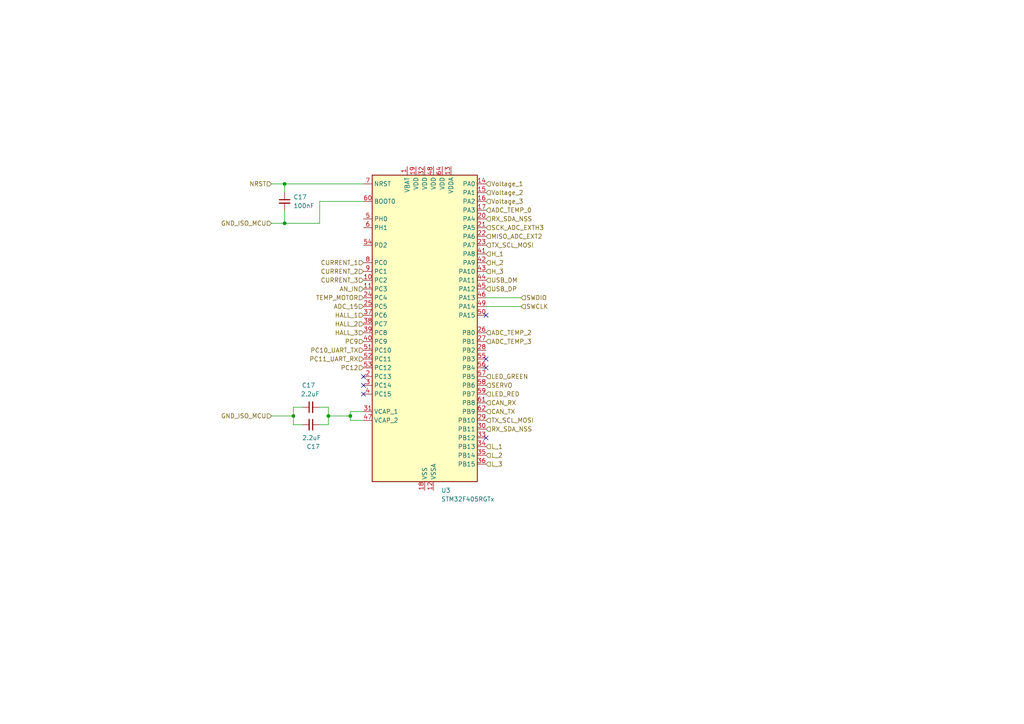
<source format=kicad_sch>
(kicad_sch (version 20230121) (generator eeschema)

  (uuid 647f5226-4f71-464a-b086-722d83b6c0aa)

  (paper "A4")

  (lib_symbols
    (symbol "Device:C_Small" (pin_numbers hide) (pin_names (offset 0.254) hide) (in_bom yes) (on_board yes)
      (property "Reference" "C" (at 0.254 1.778 0)
        (effects (font (size 1.27 1.27)) (justify left))
      )
      (property "Value" "C_Small" (at 0.254 -2.032 0)
        (effects (font (size 1.27 1.27)) (justify left))
      )
      (property "Footprint" "" (at 0 0 0)
        (effects (font (size 1.27 1.27)) hide)
      )
      (property "Datasheet" "~" (at 0 0 0)
        (effects (font (size 1.27 1.27)) hide)
      )
      (property "ki_keywords" "capacitor cap" (at 0 0 0)
        (effects (font (size 1.27 1.27)) hide)
      )
      (property "ki_description" "Unpolarized capacitor, small symbol" (at 0 0 0)
        (effects (font (size 1.27 1.27)) hide)
      )
      (property "ki_fp_filters" "C_*" (at 0 0 0)
        (effects (font (size 1.27 1.27)) hide)
      )
      (symbol "C_Small_0_1"
        (polyline
          (pts
            (xy -1.524 -0.508)
            (xy 1.524 -0.508)
          )
          (stroke (width 0.3302) (type default))
          (fill (type none))
        )
        (polyline
          (pts
            (xy -1.524 0.508)
            (xy 1.524 0.508)
          )
          (stroke (width 0.3048) (type default))
          (fill (type none))
        )
      )
      (symbol "C_Small_1_1"
        (pin passive line (at 0 2.54 270) (length 2.032)
          (name "~" (effects (font (size 1.27 1.27))))
          (number "1" (effects (font (size 1.27 1.27))))
        )
        (pin passive line (at 0 -2.54 90) (length 2.032)
          (name "~" (effects (font (size 1.27 1.27))))
          (number "2" (effects (font (size 1.27 1.27))))
        )
      )
    )
    (symbol "MCU_ST_STM32F4:STM32F405RGTx" (in_bom yes) (on_board yes)
      (property "Reference" "U" (at -15.24 46.99 0)
        (effects (font (size 1.27 1.27)) (justify left))
      )
      (property "Value" "STM32F405RGTx" (at 10.16 46.99 0)
        (effects (font (size 1.27 1.27)) (justify left))
      )
      (property "Footprint" "Package_QFP:LQFP-64_10x10mm_P0.5mm" (at -15.24 -43.18 0)
        (effects (font (size 1.27 1.27)) (justify right) hide)
      )
      (property "Datasheet" "https://www.st.com/resource/en/datasheet/stm32f405rg.pdf" (at 0 0 0)
        (effects (font (size 1.27 1.27)) hide)
      )
      (property "ki_locked" "" (at 0 0 0)
        (effects (font (size 1.27 1.27)))
      )
      (property "ki_keywords" "Arm Cortex-M4 STM32F4 STM32F405/415" (at 0 0 0)
        (effects (font (size 1.27 1.27)) hide)
      )
      (property "ki_description" "STMicroelectronics Arm Cortex-M4 MCU, 1024KB flash, 192KB RAM, 168 MHz, 1.8-3.6V, 51 GPIO, LQFP64" (at 0 0 0)
        (effects (font (size 1.27 1.27)) hide)
      )
      (property "ki_fp_filters" "LQFP*10x10mm*P0.5mm*" (at 0 0 0)
        (effects (font (size 1.27 1.27)) hide)
      )
      (symbol "STM32F405RGTx_0_1"
        (rectangle (start -15.24 -43.18) (end 15.24 45.72)
          (stroke (width 0.254) (type default))
          (fill (type background))
        )
      )
      (symbol "STM32F405RGTx_1_1"
        (pin power_in line (at -5.08 48.26 270) (length 2.54)
          (name "VBAT" (effects (font (size 1.27 1.27))))
          (number "1" (effects (font (size 1.27 1.27))))
        )
        (pin bidirectional line (at -17.78 15.24 0) (length 2.54)
          (name "PC2" (effects (font (size 1.27 1.27))))
          (number "10" (effects (font (size 1.27 1.27))))
          (alternate "ADC1_IN12" bidirectional line)
          (alternate "ADC2_IN12" bidirectional line)
          (alternate "ADC3_IN12" bidirectional line)
          (alternate "I2S2_ext_SD" bidirectional line)
          (alternate "SPI2_MISO" bidirectional line)
          (alternate "USB_OTG_HS_ULPI_DIR" bidirectional line)
        )
        (pin bidirectional line (at -17.78 12.7 0) (length 2.54)
          (name "PC3" (effects (font (size 1.27 1.27))))
          (number "11" (effects (font (size 1.27 1.27))))
          (alternate "ADC1_IN13" bidirectional line)
          (alternate "ADC2_IN13" bidirectional line)
          (alternate "ADC3_IN13" bidirectional line)
          (alternate "I2S2_SD" bidirectional line)
          (alternate "SPI2_MOSI" bidirectional line)
          (alternate "USB_OTG_HS_ULPI_NXT" bidirectional line)
        )
        (pin power_in line (at 2.54 -45.72 90) (length 2.54)
          (name "VSSA" (effects (font (size 1.27 1.27))))
          (number "12" (effects (font (size 1.27 1.27))))
        )
        (pin power_in line (at 7.62 48.26 270) (length 2.54)
          (name "VDDA" (effects (font (size 1.27 1.27))))
          (number "13" (effects (font (size 1.27 1.27))))
        )
        (pin bidirectional line (at 17.78 43.18 180) (length 2.54)
          (name "PA0" (effects (font (size 1.27 1.27))))
          (number "14" (effects (font (size 1.27 1.27))))
          (alternate "ADC1_IN0" bidirectional line)
          (alternate "ADC2_IN0" bidirectional line)
          (alternate "ADC3_IN0" bidirectional line)
          (alternate "SYS_WKUP" bidirectional line)
          (alternate "TIM2_CH1" bidirectional line)
          (alternate "TIM2_ETR" bidirectional line)
          (alternate "TIM5_CH1" bidirectional line)
          (alternate "TIM8_ETR" bidirectional line)
          (alternate "UART4_TX" bidirectional line)
          (alternate "USART2_CTS" bidirectional line)
        )
        (pin bidirectional line (at 17.78 40.64 180) (length 2.54)
          (name "PA1" (effects (font (size 1.27 1.27))))
          (number "15" (effects (font (size 1.27 1.27))))
          (alternate "ADC1_IN1" bidirectional line)
          (alternate "ADC2_IN1" bidirectional line)
          (alternate "ADC3_IN1" bidirectional line)
          (alternate "TIM2_CH2" bidirectional line)
          (alternate "TIM5_CH2" bidirectional line)
          (alternate "UART4_RX" bidirectional line)
          (alternate "USART2_RTS" bidirectional line)
        )
        (pin bidirectional line (at 17.78 38.1 180) (length 2.54)
          (name "PA2" (effects (font (size 1.27 1.27))))
          (number "16" (effects (font (size 1.27 1.27))))
          (alternate "ADC1_IN2" bidirectional line)
          (alternate "ADC2_IN2" bidirectional line)
          (alternate "ADC3_IN2" bidirectional line)
          (alternate "TIM2_CH3" bidirectional line)
          (alternate "TIM5_CH3" bidirectional line)
          (alternate "TIM9_CH1" bidirectional line)
          (alternate "USART2_TX" bidirectional line)
        )
        (pin bidirectional line (at 17.78 35.56 180) (length 2.54)
          (name "PA3" (effects (font (size 1.27 1.27))))
          (number "17" (effects (font (size 1.27 1.27))))
          (alternate "ADC1_IN3" bidirectional line)
          (alternate "ADC2_IN3" bidirectional line)
          (alternate "ADC3_IN3" bidirectional line)
          (alternate "TIM2_CH4" bidirectional line)
          (alternate "TIM5_CH4" bidirectional line)
          (alternate "TIM9_CH2" bidirectional line)
          (alternate "USART2_RX" bidirectional line)
          (alternate "USB_OTG_HS_ULPI_D0" bidirectional line)
        )
        (pin power_in line (at 0 -45.72 90) (length 2.54)
          (name "VSS" (effects (font (size 1.27 1.27))))
          (number "18" (effects (font (size 1.27 1.27))))
        )
        (pin power_in line (at -2.54 48.26 270) (length 2.54)
          (name "VDD" (effects (font (size 1.27 1.27))))
          (number "19" (effects (font (size 1.27 1.27))))
        )
        (pin bidirectional line (at -17.78 -12.7 0) (length 2.54)
          (name "PC13" (effects (font (size 1.27 1.27))))
          (number "2" (effects (font (size 1.27 1.27))))
          (alternate "RTC_AF1" bidirectional line)
        )
        (pin bidirectional line (at 17.78 33.02 180) (length 2.54)
          (name "PA4" (effects (font (size 1.27 1.27))))
          (number "20" (effects (font (size 1.27 1.27))))
          (alternate "ADC1_IN4" bidirectional line)
          (alternate "ADC2_IN4" bidirectional line)
          (alternate "DAC_OUT1" bidirectional line)
          (alternate "I2S3_WS" bidirectional line)
          (alternate "SPI1_NSS" bidirectional line)
          (alternate "SPI3_NSS" bidirectional line)
          (alternate "USART2_CK" bidirectional line)
          (alternate "USB_OTG_HS_SOF" bidirectional line)
        )
        (pin bidirectional line (at 17.78 30.48 180) (length 2.54)
          (name "PA5" (effects (font (size 1.27 1.27))))
          (number "21" (effects (font (size 1.27 1.27))))
          (alternate "ADC1_IN5" bidirectional line)
          (alternate "ADC2_IN5" bidirectional line)
          (alternate "DAC_OUT2" bidirectional line)
          (alternate "SPI1_SCK" bidirectional line)
          (alternate "TIM2_CH1" bidirectional line)
          (alternate "TIM2_ETR" bidirectional line)
          (alternate "TIM8_CH1N" bidirectional line)
          (alternate "USB_OTG_HS_ULPI_CK" bidirectional line)
        )
        (pin bidirectional line (at 17.78 27.94 180) (length 2.54)
          (name "PA6" (effects (font (size 1.27 1.27))))
          (number "22" (effects (font (size 1.27 1.27))))
          (alternate "ADC1_IN6" bidirectional line)
          (alternate "ADC2_IN6" bidirectional line)
          (alternate "SPI1_MISO" bidirectional line)
          (alternate "TIM13_CH1" bidirectional line)
          (alternate "TIM1_BKIN" bidirectional line)
          (alternate "TIM3_CH1" bidirectional line)
          (alternate "TIM8_BKIN" bidirectional line)
        )
        (pin bidirectional line (at 17.78 25.4 180) (length 2.54)
          (name "PA7" (effects (font (size 1.27 1.27))))
          (number "23" (effects (font (size 1.27 1.27))))
          (alternate "ADC1_IN7" bidirectional line)
          (alternate "ADC2_IN7" bidirectional line)
          (alternate "SPI1_MOSI" bidirectional line)
          (alternate "TIM14_CH1" bidirectional line)
          (alternate "TIM1_CH1N" bidirectional line)
          (alternate "TIM3_CH2" bidirectional line)
          (alternate "TIM8_CH1N" bidirectional line)
        )
        (pin bidirectional line (at -17.78 10.16 0) (length 2.54)
          (name "PC4" (effects (font (size 1.27 1.27))))
          (number "24" (effects (font (size 1.27 1.27))))
          (alternate "ADC1_IN14" bidirectional line)
          (alternate "ADC2_IN14" bidirectional line)
        )
        (pin bidirectional line (at -17.78 7.62 0) (length 2.54)
          (name "PC5" (effects (font (size 1.27 1.27))))
          (number "25" (effects (font (size 1.27 1.27))))
          (alternate "ADC1_IN15" bidirectional line)
          (alternate "ADC2_IN15" bidirectional line)
        )
        (pin bidirectional line (at 17.78 0 180) (length 2.54)
          (name "PB0" (effects (font (size 1.27 1.27))))
          (number "26" (effects (font (size 1.27 1.27))))
          (alternate "ADC1_IN8" bidirectional line)
          (alternate "ADC2_IN8" bidirectional line)
          (alternate "TIM1_CH2N" bidirectional line)
          (alternate "TIM3_CH3" bidirectional line)
          (alternate "TIM8_CH2N" bidirectional line)
          (alternate "USB_OTG_HS_ULPI_D1" bidirectional line)
        )
        (pin bidirectional line (at 17.78 -2.54 180) (length 2.54)
          (name "PB1" (effects (font (size 1.27 1.27))))
          (number "27" (effects (font (size 1.27 1.27))))
          (alternate "ADC1_IN9" bidirectional line)
          (alternate "ADC2_IN9" bidirectional line)
          (alternate "TIM1_CH3N" bidirectional line)
          (alternate "TIM3_CH4" bidirectional line)
          (alternate "TIM8_CH3N" bidirectional line)
          (alternate "USB_OTG_HS_ULPI_D2" bidirectional line)
        )
        (pin bidirectional line (at 17.78 -5.08 180) (length 2.54)
          (name "PB2" (effects (font (size 1.27 1.27))))
          (number "28" (effects (font (size 1.27 1.27))))
        )
        (pin bidirectional line (at 17.78 -25.4 180) (length 2.54)
          (name "PB10" (effects (font (size 1.27 1.27))))
          (number "29" (effects (font (size 1.27 1.27))))
          (alternate "I2C2_SCL" bidirectional line)
          (alternate "I2S2_CK" bidirectional line)
          (alternate "SPI2_SCK" bidirectional line)
          (alternate "TIM2_CH3" bidirectional line)
          (alternate "USART3_TX" bidirectional line)
          (alternate "USB_OTG_HS_ULPI_D3" bidirectional line)
        )
        (pin bidirectional line (at -17.78 -15.24 0) (length 2.54)
          (name "PC14" (effects (font (size 1.27 1.27))))
          (number "3" (effects (font (size 1.27 1.27))))
          (alternate "RCC_OSC32_IN" bidirectional line)
        )
        (pin bidirectional line (at 17.78 -27.94 180) (length 2.54)
          (name "PB11" (effects (font (size 1.27 1.27))))
          (number "30" (effects (font (size 1.27 1.27))))
          (alternate "ADC1_EXTI11" bidirectional line)
          (alternate "ADC2_EXTI11" bidirectional line)
          (alternate "ADC3_EXTI11" bidirectional line)
          (alternate "I2C2_SDA" bidirectional line)
          (alternate "TIM2_CH4" bidirectional line)
          (alternate "USART3_RX" bidirectional line)
          (alternate "USB_OTG_HS_ULPI_D4" bidirectional line)
        )
        (pin power_out line (at -17.78 -22.86 0) (length 2.54)
          (name "VCAP_1" (effects (font (size 1.27 1.27))))
          (number "31" (effects (font (size 1.27 1.27))))
        )
        (pin power_in line (at 0 48.26 270) (length 2.54)
          (name "VDD" (effects (font (size 1.27 1.27))))
          (number "32" (effects (font (size 1.27 1.27))))
        )
        (pin bidirectional line (at 17.78 -30.48 180) (length 2.54)
          (name "PB12" (effects (font (size 1.27 1.27))))
          (number "33" (effects (font (size 1.27 1.27))))
          (alternate "CAN2_RX" bidirectional line)
          (alternate "I2C2_SMBA" bidirectional line)
          (alternate "I2S2_WS" bidirectional line)
          (alternate "SPI2_NSS" bidirectional line)
          (alternate "TIM1_BKIN" bidirectional line)
          (alternate "USART3_CK" bidirectional line)
          (alternate "USB_OTG_HS_ID" bidirectional line)
          (alternate "USB_OTG_HS_ULPI_D5" bidirectional line)
        )
        (pin bidirectional line (at 17.78 -33.02 180) (length 2.54)
          (name "PB13" (effects (font (size 1.27 1.27))))
          (number "34" (effects (font (size 1.27 1.27))))
          (alternate "CAN2_TX" bidirectional line)
          (alternate "I2S2_CK" bidirectional line)
          (alternate "SPI2_SCK" bidirectional line)
          (alternate "TIM1_CH1N" bidirectional line)
          (alternate "USART3_CTS" bidirectional line)
          (alternate "USB_OTG_HS_ULPI_D6" bidirectional line)
          (alternate "USB_OTG_HS_VBUS" bidirectional line)
        )
        (pin bidirectional line (at 17.78 -35.56 180) (length 2.54)
          (name "PB14" (effects (font (size 1.27 1.27))))
          (number "35" (effects (font (size 1.27 1.27))))
          (alternate "I2S2_ext_SD" bidirectional line)
          (alternate "SPI2_MISO" bidirectional line)
          (alternate "TIM12_CH1" bidirectional line)
          (alternate "TIM1_CH2N" bidirectional line)
          (alternate "TIM8_CH2N" bidirectional line)
          (alternate "USART3_RTS" bidirectional line)
          (alternate "USB_OTG_HS_DM" bidirectional line)
        )
        (pin bidirectional line (at 17.78 -38.1 180) (length 2.54)
          (name "PB15" (effects (font (size 1.27 1.27))))
          (number "36" (effects (font (size 1.27 1.27))))
          (alternate "ADC1_EXTI15" bidirectional line)
          (alternate "ADC2_EXTI15" bidirectional line)
          (alternate "ADC3_EXTI15" bidirectional line)
          (alternate "I2S2_SD" bidirectional line)
          (alternate "RTC_REFIN" bidirectional line)
          (alternate "SPI2_MOSI" bidirectional line)
          (alternate "TIM12_CH2" bidirectional line)
          (alternate "TIM1_CH3N" bidirectional line)
          (alternate "TIM8_CH3N" bidirectional line)
          (alternate "USB_OTG_HS_DP" bidirectional line)
        )
        (pin bidirectional line (at -17.78 5.08 0) (length 2.54)
          (name "PC6" (effects (font (size 1.27 1.27))))
          (number "37" (effects (font (size 1.27 1.27))))
          (alternate "I2S2_MCK" bidirectional line)
          (alternate "SDIO_D6" bidirectional line)
          (alternate "TIM3_CH1" bidirectional line)
          (alternate "TIM8_CH1" bidirectional line)
          (alternate "USART6_TX" bidirectional line)
        )
        (pin bidirectional line (at -17.78 2.54 0) (length 2.54)
          (name "PC7" (effects (font (size 1.27 1.27))))
          (number "38" (effects (font (size 1.27 1.27))))
          (alternate "I2S3_MCK" bidirectional line)
          (alternate "SDIO_D7" bidirectional line)
          (alternate "TIM3_CH2" bidirectional line)
          (alternate "TIM8_CH2" bidirectional line)
          (alternate "USART6_RX" bidirectional line)
        )
        (pin bidirectional line (at -17.78 0 0) (length 2.54)
          (name "PC8" (effects (font (size 1.27 1.27))))
          (number "39" (effects (font (size 1.27 1.27))))
          (alternate "SDIO_D0" bidirectional line)
          (alternate "TIM3_CH3" bidirectional line)
          (alternate "TIM8_CH3" bidirectional line)
          (alternate "USART6_CK" bidirectional line)
        )
        (pin bidirectional line (at -17.78 -17.78 0) (length 2.54)
          (name "PC15" (effects (font (size 1.27 1.27))))
          (number "4" (effects (font (size 1.27 1.27))))
          (alternate "ADC1_EXTI15" bidirectional line)
          (alternate "ADC2_EXTI15" bidirectional line)
          (alternate "ADC3_EXTI15" bidirectional line)
          (alternate "RCC_OSC32_OUT" bidirectional line)
        )
        (pin bidirectional line (at -17.78 -2.54 0) (length 2.54)
          (name "PC9" (effects (font (size 1.27 1.27))))
          (number "40" (effects (font (size 1.27 1.27))))
          (alternate "DAC_EXTI9" bidirectional line)
          (alternate "I2C3_SDA" bidirectional line)
          (alternate "I2S_CKIN" bidirectional line)
          (alternate "RCC_MCO_2" bidirectional line)
          (alternate "SDIO_D1" bidirectional line)
          (alternate "TIM3_CH4" bidirectional line)
          (alternate "TIM8_CH4" bidirectional line)
        )
        (pin bidirectional line (at 17.78 22.86 180) (length 2.54)
          (name "PA8" (effects (font (size 1.27 1.27))))
          (number "41" (effects (font (size 1.27 1.27))))
          (alternate "I2C3_SCL" bidirectional line)
          (alternate "RCC_MCO_1" bidirectional line)
          (alternate "TIM1_CH1" bidirectional line)
          (alternate "USART1_CK" bidirectional line)
          (alternate "USB_OTG_FS_SOF" bidirectional line)
        )
        (pin bidirectional line (at 17.78 20.32 180) (length 2.54)
          (name "PA9" (effects (font (size 1.27 1.27))))
          (number "42" (effects (font (size 1.27 1.27))))
          (alternate "DAC_EXTI9" bidirectional line)
          (alternate "I2C3_SMBA" bidirectional line)
          (alternate "TIM1_CH2" bidirectional line)
          (alternate "USART1_TX" bidirectional line)
          (alternate "USB_OTG_FS_VBUS" bidirectional line)
        )
        (pin bidirectional line (at 17.78 17.78 180) (length 2.54)
          (name "PA10" (effects (font (size 1.27 1.27))))
          (number "43" (effects (font (size 1.27 1.27))))
          (alternate "TIM1_CH3" bidirectional line)
          (alternate "USART1_RX" bidirectional line)
          (alternate "USB_OTG_FS_ID" bidirectional line)
        )
        (pin bidirectional line (at 17.78 15.24 180) (length 2.54)
          (name "PA11" (effects (font (size 1.27 1.27))))
          (number "44" (effects (font (size 1.27 1.27))))
          (alternate "ADC1_EXTI11" bidirectional line)
          (alternate "ADC2_EXTI11" bidirectional line)
          (alternate "ADC3_EXTI11" bidirectional line)
          (alternate "CAN1_RX" bidirectional line)
          (alternate "TIM1_CH4" bidirectional line)
          (alternate "USART1_CTS" bidirectional line)
          (alternate "USB_OTG_FS_DM" bidirectional line)
        )
        (pin bidirectional line (at 17.78 12.7 180) (length 2.54)
          (name "PA12" (effects (font (size 1.27 1.27))))
          (number "45" (effects (font (size 1.27 1.27))))
          (alternate "CAN1_TX" bidirectional line)
          (alternate "TIM1_ETR" bidirectional line)
          (alternate "USART1_RTS" bidirectional line)
          (alternate "USB_OTG_FS_DP" bidirectional line)
        )
        (pin bidirectional line (at 17.78 10.16 180) (length 2.54)
          (name "PA13" (effects (font (size 1.27 1.27))))
          (number "46" (effects (font (size 1.27 1.27))))
          (alternate "SYS_JTMS-SWDIO" bidirectional line)
        )
        (pin power_out line (at -17.78 -25.4 0) (length 2.54)
          (name "VCAP_2" (effects (font (size 1.27 1.27))))
          (number "47" (effects (font (size 1.27 1.27))))
        )
        (pin power_in line (at 2.54 48.26 270) (length 2.54)
          (name "VDD" (effects (font (size 1.27 1.27))))
          (number "48" (effects (font (size 1.27 1.27))))
        )
        (pin bidirectional line (at 17.78 7.62 180) (length 2.54)
          (name "PA14" (effects (font (size 1.27 1.27))))
          (number "49" (effects (font (size 1.27 1.27))))
          (alternate "SYS_JTCK-SWCLK" bidirectional line)
        )
        (pin bidirectional line (at -17.78 33.02 0) (length 2.54)
          (name "PH0" (effects (font (size 1.27 1.27))))
          (number "5" (effects (font (size 1.27 1.27))))
          (alternate "RCC_OSC_IN" bidirectional line)
        )
        (pin bidirectional line (at 17.78 5.08 180) (length 2.54)
          (name "PA15" (effects (font (size 1.27 1.27))))
          (number "50" (effects (font (size 1.27 1.27))))
          (alternate "ADC1_EXTI15" bidirectional line)
          (alternate "ADC2_EXTI15" bidirectional line)
          (alternate "ADC3_EXTI15" bidirectional line)
          (alternate "I2S3_WS" bidirectional line)
          (alternate "SPI1_NSS" bidirectional line)
          (alternate "SPI3_NSS" bidirectional line)
          (alternate "SYS_JTDI" bidirectional line)
          (alternate "TIM2_CH1" bidirectional line)
          (alternate "TIM2_ETR" bidirectional line)
        )
        (pin bidirectional line (at -17.78 -5.08 0) (length 2.54)
          (name "PC10" (effects (font (size 1.27 1.27))))
          (number "51" (effects (font (size 1.27 1.27))))
          (alternate "I2S3_CK" bidirectional line)
          (alternate "SDIO_D2" bidirectional line)
          (alternate "SPI3_SCK" bidirectional line)
          (alternate "UART4_TX" bidirectional line)
          (alternate "USART3_TX" bidirectional line)
        )
        (pin bidirectional line (at -17.78 -7.62 0) (length 2.54)
          (name "PC11" (effects (font (size 1.27 1.27))))
          (number "52" (effects (font (size 1.27 1.27))))
          (alternate "ADC1_EXTI11" bidirectional line)
          (alternate "ADC2_EXTI11" bidirectional line)
          (alternate "ADC3_EXTI11" bidirectional line)
          (alternate "I2S3_ext_SD" bidirectional line)
          (alternate "SDIO_D3" bidirectional line)
          (alternate "SPI3_MISO" bidirectional line)
          (alternate "UART4_RX" bidirectional line)
          (alternate "USART3_RX" bidirectional line)
        )
        (pin bidirectional line (at -17.78 -10.16 0) (length 2.54)
          (name "PC12" (effects (font (size 1.27 1.27))))
          (number "53" (effects (font (size 1.27 1.27))))
          (alternate "I2S3_SD" bidirectional line)
          (alternate "SDIO_CK" bidirectional line)
          (alternate "SPI3_MOSI" bidirectional line)
          (alternate "UART5_TX" bidirectional line)
          (alternate "USART3_CK" bidirectional line)
        )
        (pin bidirectional line (at -17.78 25.4 0) (length 2.54)
          (name "PD2" (effects (font (size 1.27 1.27))))
          (number "54" (effects (font (size 1.27 1.27))))
          (alternate "SDIO_CMD" bidirectional line)
          (alternate "TIM3_ETR" bidirectional line)
          (alternate "UART5_RX" bidirectional line)
        )
        (pin bidirectional line (at 17.78 -7.62 180) (length 2.54)
          (name "PB3" (effects (font (size 1.27 1.27))))
          (number "55" (effects (font (size 1.27 1.27))))
          (alternate "I2S3_CK" bidirectional line)
          (alternate "SPI1_SCK" bidirectional line)
          (alternate "SPI3_SCK" bidirectional line)
          (alternate "SYS_JTDO-SWO" bidirectional line)
          (alternate "TIM2_CH2" bidirectional line)
        )
        (pin bidirectional line (at 17.78 -10.16 180) (length 2.54)
          (name "PB4" (effects (font (size 1.27 1.27))))
          (number "56" (effects (font (size 1.27 1.27))))
          (alternate "I2S3_ext_SD" bidirectional line)
          (alternate "SPI1_MISO" bidirectional line)
          (alternate "SPI3_MISO" bidirectional line)
          (alternate "SYS_JTRST" bidirectional line)
          (alternate "TIM3_CH1" bidirectional line)
        )
        (pin bidirectional line (at 17.78 -12.7 180) (length 2.54)
          (name "PB5" (effects (font (size 1.27 1.27))))
          (number "57" (effects (font (size 1.27 1.27))))
          (alternate "CAN2_RX" bidirectional line)
          (alternate "I2C1_SMBA" bidirectional line)
          (alternate "I2S3_SD" bidirectional line)
          (alternate "SPI1_MOSI" bidirectional line)
          (alternate "SPI3_MOSI" bidirectional line)
          (alternate "TIM3_CH2" bidirectional line)
          (alternate "USB_OTG_HS_ULPI_D7" bidirectional line)
        )
        (pin bidirectional line (at 17.78 -15.24 180) (length 2.54)
          (name "PB6" (effects (font (size 1.27 1.27))))
          (number "58" (effects (font (size 1.27 1.27))))
          (alternate "CAN2_TX" bidirectional line)
          (alternate "I2C1_SCL" bidirectional line)
          (alternate "TIM4_CH1" bidirectional line)
          (alternate "USART1_TX" bidirectional line)
        )
        (pin bidirectional line (at 17.78 -17.78 180) (length 2.54)
          (name "PB7" (effects (font (size 1.27 1.27))))
          (number "59" (effects (font (size 1.27 1.27))))
          (alternate "I2C1_SDA" bidirectional line)
          (alternate "TIM4_CH2" bidirectional line)
          (alternate "USART1_RX" bidirectional line)
        )
        (pin bidirectional line (at -17.78 30.48 0) (length 2.54)
          (name "PH1" (effects (font (size 1.27 1.27))))
          (number "6" (effects (font (size 1.27 1.27))))
          (alternate "RCC_OSC_OUT" bidirectional line)
        )
        (pin input line (at -17.78 38.1 0) (length 2.54)
          (name "BOOT0" (effects (font (size 1.27 1.27))))
          (number "60" (effects (font (size 1.27 1.27))))
        )
        (pin bidirectional line (at 17.78 -20.32 180) (length 2.54)
          (name "PB8" (effects (font (size 1.27 1.27))))
          (number "61" (effects (font (size 1.27 1.27))))
          (alternate "CAN1_RX" bidirectional line)
          (alternate "I2C1_SCL" bidirectional line)
          (alternate "SDIO_D4" bidirectional line)
          (alternate "TIM10_CH1" bidirectional line)
          (alternate "TIM4_CH3" bidirectional line)
        )
        (pin bidirectional line (at 17.78 -22.86 180) (length 2.54)
          (name "PB9" (effects (font (size 1.27 1.27))))
          (number "62" (effects (font (size 1.27 1.27))))
          (alternate "CAN1_TX" bidirectional line)
          (alternate "DAC_EXTI9" bidirectional line)
          (alternate "I2C1_SDA" bidirectional line)
          (alternate "I2S2_WS" bidirectional line)
          (alternate "SDIO_D5" bidirectional line)
          (alternate "SPI2_NSS" bidirectional line)
          (alternate "TIM11_CH1" bidirectional line)
          (alternate "TIM4_CH4" bidirectional line)
        )
        (pin passive line (at 0 -45.72 90) (length 2.54) hide
          (name "VSS" (effects (font (size 1.27 1.27))))
          (number "63" (effects (font (size 1.27 1.27))))
        )
        (pin power_in line (at 5.08 48.26 270) (length 2.54)
          (name "VDD" (effects (font (size 1.27 1.27))))
          (number "64" (effects (font (size 1.27 1.27))))
        )
        (pin input line (at -17.78 43.18 0) (length 2.54)
          (name "NRST" (effects (font (size 1.27 1.27))))
          (number "7" (effects (font (size 1.27 1.27))))
        )
        (pin bidirectional line (at -17.78 20.32 0) (length 2.54)
          (name "PC0" (effects (font (size 1.27 1.27))))
          (number "8" (effects (font (size 1.27 1.27))))
          (alternate "ADC1_IN10" bidirectional line)
          (alternate "ADC2_IN10" bidirectional line)
          (alternate "ADC3_IN10" bidirectional line)
          (alternate "USB_OTG_HS_ULPI_STP" bidirectional line)
        )
        (pin bidirectional line (at -17.78 17.78 0) (length 2.54)
          (name "PC1" (effects (font (size 1.27 1.27))))
          (number "9" (effects (font (size 1.27 1.27))))
          (alternate "ADC1_IN11" bidirectional line)
          (alternate "ADC2_IN11" bidirectional line)
          (alternate "ADC3_IN11" bidirectional line)
        )
      )
    )
  )

  (junction (at 82.55 64.77) (diameter 0) (color 0 0 0 0)
    (uuid 50b2b4df-80b0-4ed3-b5eb-5bb1fb389d6c)
  )
  (junction (at 95.25 120.65) (diameter 0) (color 0 0 0 0)
    (uuid 84141a18-e265-4858-b7b4-cde04e8a8d93)
  )
  (junction (at 85.09 120.65) (diameter 0) (color 0 0 0 0)
    (uuid a0632a97-81d1-491c-b8cf-bd42cfce89e7)
  )
  (junction (at 101.6 120.65) (diameter 0) (color 0 0 0 0)
    (uuid b28822ba-2556-46a6-b342-ed25aae96b04)
  )
  (junction (at 82.55 53.34) (diameter 0) (color 0 0 0 0)
    (uuid f3e9ca31-1e9a-43f3-b472-75cc92a6842e)
  )

  (no_connect (at 140.97 91.44) (uuid 27f30324-65f7-4c1d-ba4f-06eea70b4be2))
  (no_connect (at 140.97 106.68) (uuid 30db799b-68f9-4279-81f2-60bfcdac4242))
  (no_connect (at 140.97 104.14) (uuid 466aca84-1178-4ccb-88ff-41671e629d9b))
  (no_connect (at 105.41 114.3) (uuid 6d7dd1d9-3669-477b-b701-060877ef2529))
  (no_connect (at 105.41 109.22) (uuid cca6eaf3-36bc-405e-9ce4-f8a1f0e71945))
  (no_connect (at 105.41 111.76) (uuid ebd0281b-a19e-41fa-ab98-2cc26e23495a))
  (no_connect (at 140.97 127) (uuid fdb09bfc-6a83-4ebf-be12-1edca55ddf6f))

  (wire (pts (xy 78.74 53.34) (xy 82.55 53.34))
    (stroke (width 0) (type default))
    (uuid 025a212f-d3db-41bc-b5dc-a7444634a569)
  )
  (wire (pts (xy 92.71 58.42) (xy 105.41 58.42))
    (stroke (width 0) (type default))
    (uuid 07482234-cf9b-42fd-b51a-efae820244e3)
  )
  (wire (pts (xy 82.55 53.34) (xy 105.41 53.34))
    (stroke (width 0) (type default))
    (uuid 08d88903-461c-4f37-b734-2d4c47407559)
  )
  (wire (pts (xy 85.09 123.19) (xy 87.63 123.19))
    (stroke (width 0) (type default))
    (uuid 121469ca-7048-45cb-aef3-4c645824aa1a)
  )
  (wire (pts (xy 85.09 120.65) (xy 85.09 123.19))
    (stroke (width 0) (type default))
    (uuid 1fdb7bda-ce4f-4d24-ba68-c8058fce7966)
  )
  (wire (pts (xy 95.25 120.65) (xy 95.25 123.19))
    (stroke (width 0) (type default))
    (uuid 26cc2e96-6927-4f00-b082-e0c20414c677)
  )
  (wire (pts (xy 140.97 86.36) (xy 151.13 86.36))
    (stroke (width 0) (type default))
    (uuid 2e023c26-2fa2-4300-8b4d-d7947e72024d)
  )
  (wire (pts (xy 95.25 120.65) (xy 101.6 120.65))
    (stroke (width 0) (type default))
    (uuid 2f428760-5855-44ec-a46c-cab375199665)
  )
  (wire (pts (xy 95.25 118.11) (xy 95.25 120.65))
    (stroke (width 0) (type default))
    (uuid 380d0a3e-780d-4ae9-9e3f-416df2db00c4)
  )
  (wire (pts (xy 85.09 118.11) (xy 85.09 120.65))
    (stroke (width 0) (type default))
    (uuid 3920e70b-d32f-4f24-b99b-cf27f2cd750f)
  )
  (wire (pts (xy 82.55 64.77) (xy 92.71 64.77))
    (stroke (width 0) (type default))
    (uuid 44ffce38-efda-425e-b935-96fec01dc537)
  )
  (wire (pts (xy 82.55 53.34) (xy 82.55 55.88))
    (stroke (width 0) (type default))
    (uuid 5f92db41-4b95-4e93-b2eb-df3730b3308a)
  )
  (wire (pts (xy 78.74 120.65) (xy 85.09 120.65))
    (stroke (width 0) (type default))
    (uuid 62acd28f-eec4-40ad-a0b5-d36f41b9256c)
  )
  (wire (pts (xy 140.97 88.9) (xy 151.13 88.9))
    (stroke (width 0) (type default))
    (uuid 74248b03-3901-4419-b73d-28e34a1f0e48)
  )
  (wire (pts (xy 101.6 119.38) (xy 101.6 120.65))
    (stroke (width 0) (type default))
    (uuid 7a7324f2-3c83-4c4e-8773-7ce8ba667d26)
  )
  (wire (pts (xy 95.25 123.19) (xy 92.71 123.19))
    (stroke (width 0) (type default))
    (uuid 7d95194e-bb30-4db1-ad82-d1b2c1a45fc7)
  )
  (wire (pts (xy 78.74 64.77) (xy 82.55 64.77))
    (stroke (width 0) (type default))
    (uuid 946759c7-689b-4d3e-ae8c-5b0a71f37b6a)
  )
  (wire (pts (xy 82.55 64.77) (xy 82.55 60.96))
    (stroke (width 0) (type default))
    (uuid 9a20f616-183c-4ac5-b12f-d01ae5412fef)
  )
  (wire (pts (xy 101.6 120.65) (xy 101.6 121.92))
    (stroke (width 0) (type default))
    (uuid 9cff8271-a615-496a-8b08-e1ed9a89fe81)
  )
  (wire (pts (xy 92.71 64.77) (xy 92.71 58.42))
    (stroke (width 0) (type default))
    (uuid acf2823a-e8c8-4567-8051-6ae0b12f83a2)
  )
  (wire (pts (xy 101.6 119.38) (xy 105.41 119.38))
    (stroke (width 0) (type default))
    (uuid b5b72105-ee10-4dec-9826-93e0b865058c)
  )
  (wire (pts (xy 95.25 118.11) (xy 92.71 118.11))
    (stroke (width 0) (type default))
    (uuid d6d88060-62df-42a1-9afc-f2f1779eb482)
  )
  (wire (pts (xy 87.63 118.11) (xy 85.09 118.11))
    (stroke (width 0) (type default))
    (uuid f01dd7f2-dac8-481d-a95c-2afa0938ca3b)
  )
  (wire (pts (xy 101.6 121.92) (xy 105.41 121.92))
    (stroke (width 0) (type default))
    (uuid fea80254-1cf4-4f6f-a2cd-5d1ec33ca187)
  )

  (hierarchical_label "PC9" (shape input) (at 105.41 99.06 180) (fields_autoplaced)
    (effects (font (size 1.27 1.27)) (justify right))
    (uuid 00d9e1db-1529-47c5-a4ec-7672069a4a19)
  )
  (hierarchical_label "HALL_1" (shape input) (at 105.41 91.44 180) (fields_autoplaced)
    (effects (font (size 1.27 1.27)) (justify right))
    (uuid 0569374a-14a0-491e-a9e0-fcb5d2fdaa76)
  )
  (hierarchical_label "TEMP_MOTOR" (shape input) (at 105.41 86.36 180) (fields_autoplaced)
    (effects (font (size 1.27 1.27)) (justify right))
    (uuid 0923ac57-1919-4598-b794-8934ed713c1a)
  )
  (hierarchical_label "HALL_2" (shape input) (at 105.41 93.98 180) (fields_autoplaced)
    (effects (font (size 1.27 1.27)) (justify right))
    (uuid 0f6d592e-244c-42db-bed8-160748e54844)
  )
  (hierarchical_label "SCK_ADC_EXTH3" (shape input) (at 140.97 66.04 0) (fields_autoplaced)
    (effects (font (size 1.27 1.27)) (justify left))
    (uuid 0ff66e95-2513-452e-a7ca-abfcb9dd96d3)
  )
  (hierarchical_label "RX_SDA_NSS" (shape input) (at 140.97 63.5 0) (fields_autoplaced)
    (effects (font (size 1.27 1.27)) (justify left))
    (uuid 138d2ccd-abcd-442d-a588-75adb498ecff)
  )
  (hierarchical_label "TX_SCL_MOSI" (shape input) (at 140.97 121.92 0) (fields_autoplaced)
    (effects (font (size 1.27 1.27)) (justify left))
    (uuid 15139cc5-2509-48e4-afc2-b03dc85ded29)
  )
  (hierarchical_label "L_1" (shape input) (at 140.97 129.54 0) (fields_autoplaced)
    (effects (font (size 1.27 1.27)) (justify left))
    (uuid 19072f7e-7a52-4d3c-9c77-fe7ff693501f)
  )
  (hierarchical_label "LED_RED" (shape input) (at 140.97 114.3 0) (fields_autoplaced)
    (effects (font (size 1.27 1.27)) (justify left))
    (uuid 196d719a-7277-474b-90cd-827fd4051a0f)
  )
  (hierarchical_label "H_3" (shape input) (at 140.97 78.74 0) (fields_autoplaced)
    (effects (font (size 1.27 1.27)) (justify left))
    (uuid 244236a8-60b4-4264-a3ce-46aeb491bbcb)
  )
  (hierarchical_label "PC10_UART_TX" (shape input) (at 105.41 101.6 180) (fields_autoplaced)
    (effects (font (size 1.27 1.27)) (justify right))
    (uuid 2f8050a5-8d58-449c-bdc4-51b119d12965)
  )
  (hierarchical_label "L_2" (shape input) (at 140.97 132.08 0) (fields_autoplaced)
    (effects (font (size 1.27 1.27)) (justify left))
    (uuid 3768588c-c662-4408-8521-b275dd7ca41d)
  )
  (hierarchical_label "CAN_RX" (shape input) (at 140.97 116.84 0) (fields_autoplaced)
    (effects (font (size 1.27 1.27)) (justify left))
    (uuid 389da98b-a3ce-477f-aaec-2c53df636ed1)
  )
  (hierarchical_label "AN_IN" (shape input) (at 105.41 83.82 180) (fields_autoplaced)
    (effects (font (size 1.27 1.27)) (justify right))
    (uuid 4585a4b8-a1ae-4fc4-b762-874d70b0ade1)
  )
  (hierarchical_label "H_1" (shape input) (at 140.97 73.66 0) (fields_autoplaced)
    (effects (font (size 1.27 1.27)) (justify left))
    (uuid 54191058-21d5-409b-bcd6-bd4ed46f995f)
  )
  (hierarchical_label "Voltage_1" (shape input) (at 140.97 53.34 0) (fields_autoplaced)
    (effects (font (size 1.27 1.27)) (justify left))
    (uuid 544ff2d6-40c0-4b61-84fd-bcbcf086749d)
  )
  (hierarchical_label "PC12" (shape input) (at 105.41 106.68 180) (fields_autoplaced)
    (effects (font (size 1.27 1.27)) (justify right))
    (uuid 54f51ff1-426c-4ee7-8638-1dd17db1c811)
  )
  (hierarchical_label "TX_SCL_MOSI" (shape input) (at 140.97 71.12 0) (fields_autoplaced)
    (effects (font (size 1.27 1.27)) (justify left))
    (uuid 5780e8d4-0670-41d5-9439-15923d0a7883)
  )
  (hierarchical_label "CURRENT_3" (shape input) (at 105.41 81.28 180) (fields_autoplaced)
    (effects (font (size 1.27 1.27)) (justify right))
    (uuid 580ff099-3d9c-473a-afe2-0cc5c43fdf4c)
  )
  (hierarchical_label "Voltage_3" (shape input) (at 140.97 58.42 0) (fields_autoplaced)
    (effects (font (size 1.27 1.27)) (justify left))
    (uuid 585147ac-7ccd-47b5-8bae-a25904be9cc3)
  )
  (hierarchical_label "NRST" (shape input) (at 78.74 53.34 180) (fields_autoplaced)
    (effects (font (size 1.27 1.27)) (justify right))
    (uuid 6a00ca64-21c0-477d-a717-0876c3f51be8)
  )
  (hierarchical_label "USB_DM" (shape input) (at 140.97 81.28 0) (fields_autoplaced)
    (effects (font (size 1.27 1.27)) (justify left))
    (uuid 6e4f5331-8746-4b9c-a361-360fabed896b)
  )
  (hierarchical_label "H_2" (shape input) (at 140.97 76.2 0) (fields_autoplaced)
    (effects (font (size 1.27 1.27)) (justify left))
    (uuid 73816a0a-2b98-4421-b917-eedfed3fe0f2)
  )
  (hierarchical_label "LED_GREEN" (shape input) (at 140.97 109.22 0) (fields_autoplaced)
    (effects (font (size 1.27 1.27)) (justify left))
    (uuid 884c1462-ef2a-42ba-a5fb-bff9272cc5c7)
  )
  (hierarchical_label "ADC_15" (shape input) (at 105.41 88.9 180) (fields_autoplaced)
    (effects (font (size 1.27 1.27)) (justify right))
    (uuid 8cc5afba-d81e-430a-afa0-7e7a47227722)
  )
  (hierarchical_label "ADC_TEMP_0" (shape input) (at 140.97 60.96 0) (fields_autoplaced)
    (effects (font (size 1.27 1.27)) (justify left))
    (uuid 8d0a4ac8-b197-4dd5-b338-6ff681cc5c1e)
  )
  (hierarchical_label "CURRENT_1" (shape input) (at 105.41 76.2 180) (fields_autoplaced)
    (effects (font (size 1.27 1.27)) (justify right))
    (uuid 924892d7-fa1d-49a3-b100-9d0496a3bd3c)
  )
  (hierarchical_label "SERVO" (shape input) (at 140.97 111.76 0) (fields_autoplaced)
    (effects (font (size 1.27 1.27)) (justify left))
    (uuid a1f952fc-07d7-45ef-9b04-989246f28a25)
  )
  (hierarchical_label "L_3" (shape input) (at 140.97 134.62 0) (fields_autoplaced)
    (effects (font (size 1.27 1.27)) (justify left))
    (uuid a787b3bd-5ae6-4c9a-a164-585089759d9f)
  )
  (hierarchical_label "SWDIO" (shape input) (at 151.13 86.36 0) (fields_autoplaced)
    (effects (font (size 1.27 1.27)) (justify left))
    (uuid a8a0ab3e-8941-4e44-8f11-58e1c44c0bc9)
  )
  (hierarchical_label "ADC_TEMP_2" (shape input) (at 140.97 96.52 0) (fields_autoplaced)
    (effects (font (size 1.27 1.27)) (justify left))
    (uuid b65ef0dd-10ad-403c-b1f9-452978828da6)
  )
  (hierarchical_label "GND_ISO_MCU" (shape input) (at 78.74 64.77 180) (fields_autoplaced)
    (effects (font (size 1.27 1.27)) (justify right))
    (uuid ba4ef90f-9bcd-446f-9175-b5ac1a403c7a)
  )
  (hierarchical_label "CAN_TX" (shape input) (at 140.97 119.38 0) (fields_autoplaced)
    (effects (font (size 1.27 1.27)) (justify left))
    (uuid bd5641df-c8eb-460d-b08d-419b06f7e7ba)
  )
  (hierarchical_label "RX_SDA_NSS" (shape input) (at 140.97 124.46 0) (fields_autoplaced)
    (effects (font (size 1.27 1.27)) (justify left))
    (uuid c278833c-0d3d-4865-9c21-78ed71694ab9)
  )
  (hierarchical_label "USB_DP" (shape input) (at 140.97 83.82 0) (fields_autoplaced)
    (effects (font (size 1.27 1.27)) (justify left))
    (uuid c9d541fb-5ecc-472e-ae69-d13a902de280)
  )
  (hierarchical_label "ADC_TEMP_3" (shape input) (at 140.97 99.06 0) (fields_autoplaced)
    (effects (font (size 1.27 1.27)) (justify left))
    (uuid d5a0ef5d-bc94-4821-b866-b564d4dce527)
  )
  (hierarchical_label "GND_ISO_MCU" (shape input) (at 78.74 120.65 180) (fields_autoplaced)
    (effects (font (size 1.27 1.27)) (justify right))
    (uuid da7f6c42-98d0-4be0-9526-fbee942d6944)
  )
  (hierarchical_label "CURRENT_2" (shape input) (at 105.41 78.74 180) (fields_autoplaced)
    (effects (font (size 1.27 1.27)) (justify right))
    (uuid e78fffc7-55fb-4f2c-ad27-1d87a357a703)
  )
  (hierarchical_label "Voltage_2" (shape input) (at 140.97 55.88 0) (fields_autoplaced)
    (effects (font (size 1.27 1.27)) (justify left))
    (uuid e90efed6-a8c2-4da7-b55e-70a407cfc8cf)
  )
  (hierarchical_label "SWCLK" (shape input) (at 151.13 88.9 0) (fields_autoplaced)
    (effects (font (size 1.27 1.27)) (justify left))
    (uuid e9d863a2-61d2-4cfd-b9fd-bf02685464e6)
  )
  (hierarchical_label "PC11_UART_RX" (shape input) (at 105.41 104.14 180) (fields_autoplaced)
    (effects (font (size 1.27 1.27)) (justify right))
    (uuid ef2d9b61-d2b0-4cf0-8717-edf42e316ac1)
  )
  (hierarchical_label "MISO_ADC_EXT2" (shape input) (at 140.97 68.58 0) (fields_autoplaced)
    (effects (font (size 1.27 1.27)) (justify left))
    (uuid f1ac44c3-c87d-4c91-b940-ecc5d6b57110)
  )
  (hierarchical_label "HALL_3" (shape input) (at 105.41 96.52 180) (fields_autoplaced)
    (effects (font (size 1.27 1.27)) (justify right))
    (uuid f8dcf6c5-afef-45ae-9cd7-4e4650b7baee)
  )

  (symbol (lib_id "Device:C_Small") (at 82.55 58.42 0) (unit 1)
    (in_bom yes) (on_board yes) (dnp no)
    (uuid 1e50c0fe-bccd-4214-ae22-96552fd09748)
    (property "Reference" "C17" (at 85.09 57.1563 0)
      (effects (font (size 1.27 1.27)) (justify left))
    )
    (property "Value" "100nF" (at 85.09 59.6963 0)
      (effects (font (size 1.27 1.27)) (justify left))
    )
    (property "Footprint" "" (at 82.55 58.42 0)
      (effects (font (size 1.27 1.27)) hide)
    )
    (property "Datasheet" "~" (at 82.55 58.42 0)
      (effects (font (size 1.27 1.27)) hide)
    )
    (property "Voltage V" "100" (at 86.36 62.23 0)
      (effects (font (size 1.27 1.27)) hide)
    )
    (property "Pacage " "0805" (at 86.36 64.77 0)
      (effects (font (size 1.27 1.27)) hide)
    )
    (pin "1" (uuid e3ee9114-3bb5-49d3-a569-c0aff776d379))
    (pin "2" (uuid fff6ff10-5577-449e-9c79-fb1a7b88f346))
    (instances
      (project "Bldc_DriverBackUP"
        (path "/3da39ecc-468d-43e9-a97d-cead9e0ffda1/390c10bc-cb39-4d8c-bed0-e198b2c46a7a"
          (reference "C17") (unit 1)
        )
        (path "/3da39ecc-468d-43e9-a97d-cead9e0ffda1/4f730ce8-4f93-4635-929d-5179eea6555f"
          (reference "C20") (unit 1)
        )
      )
    )
  )

  (symbol (lib_id "Device:C_Small") (at 90.17 118.11 90) (mirror x) (unit 1)
    (in_bom yes) (on_board yes) (dnp no)
    (uuid 6ee9ba8b-2540-402d-9726-424e8820b049)
    (property "Reference" "C17" (at 91.44 111.76 90)
      (effects (font (size 1.27 1.27)) (justify left))
    )
    (property "Value" "2.2uF" (at 92.71 114.3 90)
      (effects (font (size 1.27 1.27)) (justify left))
    )
    (property "Footprint" "" (at 90.17 118.11 0)
      (effects (font (size 1.27 1.27)) hide)
    )
    (property "Datasheet" "~" (at 90.17 118.11 0)
      (effects (font (size 1.27 1.27)) hide)
    )
    (property "Voltage V" "100" (at 93.98 121.92 0)
      (effects (font (size 1.27 1.27)) hide)
    )
    (property "Pacage " "0805" (at 96.52 121.92 0)
      (effects (font (size 1.27 1.27)) hide)
    )
    (pin "1" (uuid c5db96c6-02e6-485c-9e05-2b6610e8142d))
    (pin "2" (uuid 6956fba8-9a9d-4db7-b868-f11b991c2fec))
    (instances
      (project "Bldc_DriverBackUP"
        (path "/3da39ecc-468d-43e9-a97d-cead9e0ffda1/390c10bc-cb39-4d8c-bed0-e198b2c46a7a"
          (reference "C17") (unit 1)
        )
        (path "/3da39ecc-468d-43e9-a97d-cead9e0ffda1/4f730ce8-4f93-4635-929d-5179eea6555f"
          (reference "C23") (unit 1)
        )
      )
    )
  )

  (symbol (lib_id "Device:C_Small") (at 90.17 123.19 270) (mirror x) (unit 1)
    (in_bom yes) (on_board yes) (dnp no)
    (uuid 726b42e1-0bda-4edf-9d9e-7be6a878c330)
    (property "Reference" "C17" (at 88.9 129.54 90)
      (effects (font (size 1.27 1.27)) (justify left))
    )
    (property "Value" "2.2uF" (at 87.63 127 90)
      (effects (font (size 1.27 1.27)) (justify left))
    )
    (property "Footprint" "" (at 90.17 123.19 0)
      (effects (font (size 1.27 1.27)) hide)
    )
    (property "Datasheet" "~" (at 90.17 123.19 0)
      (effects (font (size 1.27 1.27)) hide)
    )
    (property "Voltage V" "100" (at 86.36 119.38 0)
      (effects (font (size 1.27 1.27)) hide)
    )
    (property "Pacage " "0805" (at 83.82 119.38 0)
      (effects (font (size 1.27 1.27)) hide)
    )
    (pin "1" (uuid ea7e45b8-e5ca-479a-8f6d-8c913382df24))
    (pin "2" (uuid b30a031a-b5d1-45cd-88e2-d5925f5ed5f7))
    (instances
      (project "Bldc_DriverBackUP"
        (path "/3da39ecc-468d-43e9-a97d-cead9e0ffda1/390c10bc-cb39-4d8c-bed0-e198b2c46a7a"
          (reference "C17") (unit 1)
        )
        (path "/3da39ecc-468d-43e9-a97d-cead9e0ffda1/4f730ce8-4f93-4635-929d-5179eea6555f"
          (reference "C24") (unit 1)
        )
      )
    )
  )

  (symbol (lib_id "MCU_ST_STM32F4:STM32F405RGTx") (at 123.19 96.52 0) (unit 1)
    (in_bom yes) (on_board yes) (dnp no) (fields_autoplaced)
    (uuid dfa3d435-9a37-45f2-9b53-8afa7fc27c21)
    (property "Reference" "U3" (at 127.9241 142.24 0)
      (effects (font (size 1.27 1.27)) (justify left))
    )
    (property "Value" "STM32F405RGTx" (at 127.9241 144.78 0)
      (effects (font (size 1.27 1.27)) (justify left))
    )
    (property "Footprint" "Package_QFP:LQFP-64_10x10mm_P0.5mm" (at 107.95 139.7 0)
      (effects (font (size 1.27 1.27)) (justify right) hide)
    )
    (property "Datasheet" "https://www.st.com/resource/en/datasheet/stm32f405rg.pdf" (at 123.19 96.52 0)
      (effects (font (size 1.27 1.27)) hide)
    )
    (pin "1" (uuid dbaa26de-cdac-4b3e-aaa7-7bcb1bea0fb2))
    (pin "10" (uuid a912cedd-ec8d-4ba0-b702-ffb965ac73ed))
    (pin "11" (uuid 32626901-ebb9-4abf-9f8f-d04a18796624))
    (pin "12" (uuid 661aeed0-efe9-42fc-a661-ea0af5b731bf))
    (pin "13" (uuid be04c9e8-1360-4268-b707-e99f349e1f58))
    (pin "14" (uuid f3145611-da2b-4798-a900-01058ab87aa5))
    (pin "15" (uuid 9165dcdc-9cb6-4bef-86b3-7aadd25d2901))
    (pin "16" (uuid d394929c-3afb-4aa2-b94f-7e46644296aa))
    (pin "17" (uuid ece0327b-6dc2-42e1-9d24-81b9bb42c450))
    (pin "18" (uuid 232330cb-0332-4e56-a2c0-116f7f0a8ef6))
    (pin "19" (uuid f1e885e0-4db8-4d96-aaf8-a7c885d1059d))
    (pin "2" (uuid bb1807c8-9cfb-4ab3-8761-6bd6e62ef638))
    (pin "20" (uuid aa3d2604-a664-468b-beb4-f6fbfd105632))
    (pin "21" (uuid a03c3ef3-3b3c-4379-bc02-16350936e323))
    (pin "22" (uuid 1f986ca9-9d9d-461b-8b13-c04878f38b60))
    (pin "23" (uuid 1b86c1c6-fb79-4bf1-8416-32481d1c20a1))
    (pin "24" (uuid d68461a6-5731-4ab7-bb45-7ffafa6bd392))
    (pin "25" (uuid 144ad84f-775c-4d88-ba81-a86cd7b115b8))
    (pin "26" (uuid 891c20df-b26b-4525-89b0-7a40e1f74c49))
    (pin "27" (uuid d530be03-5a4d-4ef0-b169-e9a17474fbd5))
    (pin "28" (uuid 4f0249cb-c59d-4e4d-947f-e750eba816ad))
    (pin "29" (uuid 59d4c37d-2e61-49d4-b889-252b26b14d7e))
    (pin "3" (uuid e039ef0b-f539-4e8b-a251-de93a6faf31d))
    (pin "30" (uuid fd962b8f-58d8-4905-a5f7-efb0d9a288d2))
    (pin "31" (uuid 5c5fe898-6e87-46a3-b5c8-b98b226d2332))
    (pin "32" (uuid c23bc501-0038-4c22-93e8-5d2b30cc3bb3))
    (pin "33" (uuid cc26a6ca-d7ca-4401-bc34-92640fded248))
    (pin "34" (uuid 0e13c8ae-7791-47a8-ab31-b45c6cf14f83))
    (pin "35" (uuid fa399045-54ec-451a-95a6-7043380c7284))
    (pin "36" (uuid 30465428-7e59-4295-bad3-fda5f48b7101))
    (pin "37" (uuid 8169dfbc-269d-447d-a90d-7f555c0cf668))
    (pin "38" (uuid 1f4e465f-cde2-4297-9bde-365b84a765d3))
    (pin "39" (uuid f3fe2916-ecc5-4a4d-bbe2-a3718c266b8d))
    (pin "4" (uuid 097a885f-384d-4730-b275-843de789f0bc))
    (pin "40" (uuid afc7e535-6bf3-4daf-bfef-a6bf1d4b3369))
    (pin "41" (uuid 37c5cb04-9726-425d-bf98-a42fe25f2193))
    (pin "42" (uuid c0d0ae15-91b5-4849-87c3-0b3b19861dd7))
    (pin "43" (uuid f21a7b58-ba6b-4f28-b8ee-5db9ddc2a5f3))
    (pin "44" (uuid 2f68ea14-6272-429d-ab6d-18e5da14488d))
    (pin "45" (uuid 28475fa4-41dd-49bf-8612-b6f3f332b679))
    (pin "46" (uuid ca69c4d4-9ed7-4f26-b431-97ed984b8cd6))
    (pin "47" (uuid 4d637e8e-4c43-4cb5-8568-e080644508bc))
    (pin "48" (uuid 549062a0-8c8b-44a6-b107-ab546f7383af))
    (pin "49" (uuid f5559c5f-c3fb-44f4-b610-049c132f9808))
    (pin "5" (uuid f1d2b2b2-7cf0-4061-abe9-176379c6bae3))
    (pin "50" (uuid 96a6bd09-b4f1-4162-a25c-9f5d4507528a))
    (pin "51" (uuid 07a82ac2-c03c-4c99-ac72-d48c46410803))
    (pin "52" (uuid ac3fc574-f6b0-40d9-bf76-a2d20a728a0c))
    (pin "53" (uuid 25d56c5f-c763-4825-aa98-de78b96af57d))
    (pin "54" (uuid 656dc5a4-1f7c-4d2e-8612-1b2ce4ce83b8))
    (pin "55" (uuid df16c773-74bf-48ff-9d18-4dfc0298bec6))
    (pin "56" (uuid b385480c-fb6d-4a22-a279-3836ba7c11d9))
    (pin "57" (uuid a949e3a1-ceab-4375-b5d7-26fae43d7380))
    (pin "58" (uuid 266ea980-5457-42e1-9cce-be3b5355b3db))
    (pin "59" (uuid bcaf298f-d8c3-414f-ab8d-404a384eedd6))
    (pin "6" (uuid 6fb432cd-d681-402c-8572-221ac1ed6463))
    (pin "60" (uuid 5f16deaf-3095-4710-93c0-5883e438b7d7))
    (pin "61" (uuid 9869d563-7570-4873-b024-58fca472e17f))
    (pin "62" (uuid 9b37f79a-6665-429a-b8c5-240e8931c824))
    (pin "63" (uuid a55271ad-a814-4e9b-a894-56a7900d8104))
    (pin "64" (uuid 3158dd00-d22c-4107-89bc-ed1b59f260b8))
    (pin "7" (uuid 12f41773-7187-4e74-906c-db43d183be8f))
    (pin "8" (uuid a0aa1754-f042-47f6-ab1e-2f4f812af671))
    (pin "9" (uuid 59be3f54-e1d9-4bcc-b2a0-594c33c0ba7b))
    (instances
      (project "Bldc_DriverBackUP"
        (path "/3da39ecc-468d-43e9-a97d-cead9e0ffda1/4f730ce8-4f93-4635-929d-5179eea6555f"
          (reference "U3") (unit 1)
        )
      )
    )
  )
)

</source>
